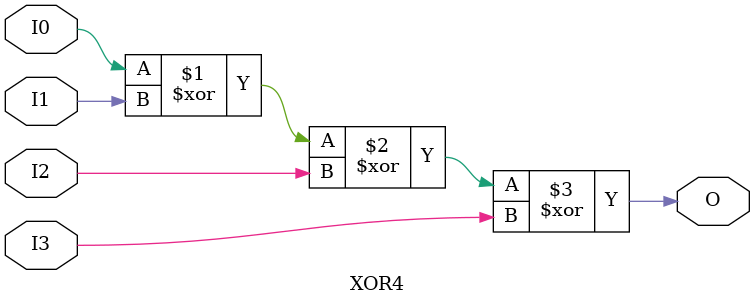
<source format=v>

/*

FUNCTION	: 4-INPUT XOR GATE

*/

`timescale  100 ps / 10 ps


module XOR4 (O, I0, I1, I2, I3);

    output O;

    input  I0, I1, I2, I3;

	xor X1 (O, I0, I1, I2, I3);

    specify
	(I0 *> O) = (0, 0);
	(I1 *> O) = (0, 0);
	(I2 *> O) = (0, 0);
	(I3 *> O) = (0, 0);
    endspecify

endmodule


</source>
